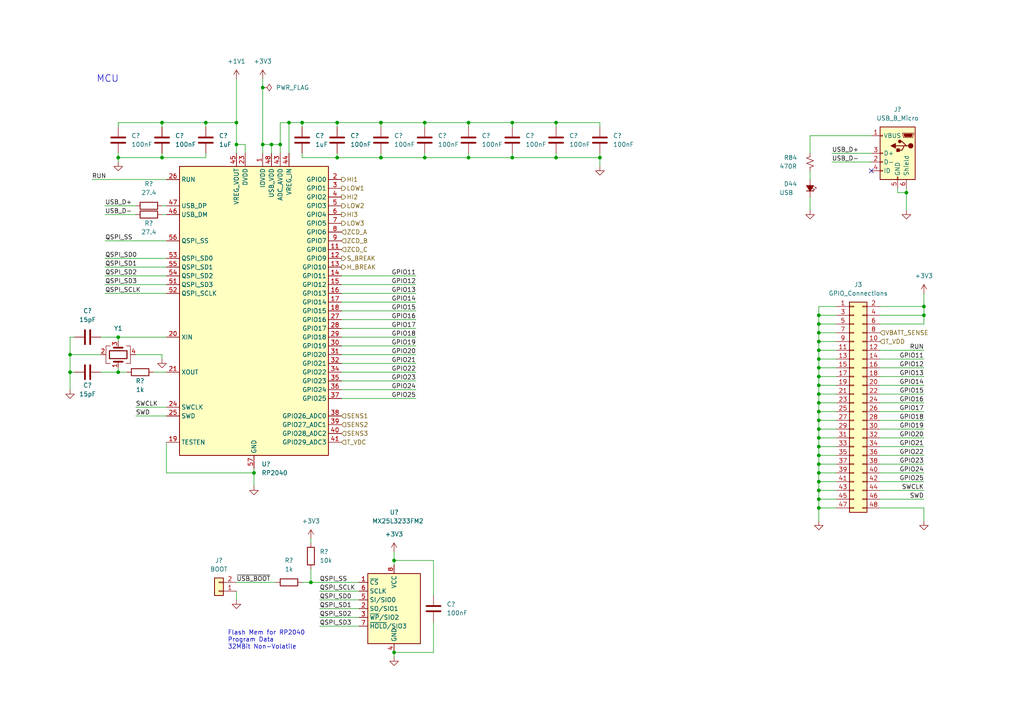
<source format=kicad_sch>
(kicad_sch (version 20230121) (generator eeschema)
  (paper "A4")
  (lib_symbols
    (symbol "Connector:USB_B_Micro" (pin_names (offset 1.016))
      (property "Reference" "J" (at -5.08 11.43 0))
      (property "Value" "USB_B_Micro" (at -5.08 8.89 0))
      (symbol "USB_B_Micro_0_1"
        (rectangle (start -5.08 -7.62) (end 5.08 7.62) (stroke (width 0.254)) (fill (type background)))
        (circle (center -3.81 2.159) (radius 0.635) (stroke (width 0.254)) (fill (type outline)))
        (circle (center -0.635 3.429) (radius 0.381) (stroke (width 0.254)) (fill (type outline)))
        (rectangle (start -0.127 -7.62) (end 0.127 -6.858))
        (polyline (pts (xy -1.905 2.159) (xy 0.635 2.159)) (stroke (width 0.254)))
        (polyline (pts (xy -3.175 2.159) (xy -2.54 2.159) (xy -1.27 3.429) (xy -0.635 3.429)) (stroke (width 0.254)))
        (polyline (pts (xy -2.54 2.159) (xy -1.905 2.159) (xy -1.27 0.889) (xy 0 0.889)) (stroke (width 0.254)))
        (polyline (pts (xy 0.635 2.794) (xy 0.635 1.524) (xy 1.905 2.159) (xy 0.635 2.794)) (stroke (width 0.254)) (fill (type outline)))
        (polyline (pts (xy -4.318 5.588) (xy -1.778 5.588) (xy -2.032 4.826) (xy -4.064 4.826) (xy -4.318 5.588)) (fill (type outline)))
        (polyline (pts (xy -4.699 5.842) (xy -4.699 5.588) (xy -4.445 4.826) (xy -4.445 4.572) (xy -1.651 4.572) (xy -1.651 4.826) (xy -1.397 5.588) (xy -1.397 5.842) (xy -4.699 5.842)))
        (rectangle (start 0.254 1.27) (end -0.508 0.508) (stroke (width 0.254)) (fill (type outline)))
        (rectangle (start 5.08 -5.207) (end 4.318 -4.953))
        (rectangle (start 5.08 -2.667) (end 4.318 -2.413))
        (rectangle (start 5.08 -0.127) (end 4.318 0.127))
        (rectangle (start 5.08 4.953) (end 4.318 5.207))
      )
      (symbol "USB_B_Micro_1_1"
        (pin power_out line (at 7.62 5.08 180) (length 2.54) (name "VBUS") (number "1"))
        (pin bidirectional line (at 7.62 -2.54 180) (length 2.54) (name "D-") (number "2"))
        (pin bidirectional line (at 7.62 0 180) (length 2.54) (name "D+") (number "3"))
        (pin passive line (at 7.62 -5.08 180) (length 2.54) (name "ID") (number "4"))
        (pin power_out line (at 0 -10.16 90) (length 2.54) (name "GND") (number "5"))
        (pin passive line (at -2.54 -10.16 90) (length 2.54) (name "Shield") (number "6"))
      )
    )
    (symbol "Connector_Generic:Conn_01x02" (pin_names (offset 1.016) hide)
      (property "Reference" "J" (at 0 2.54 0))
      (property "Value" "Conn_01x02" (at 0 -5.08 0))
      (symbol "Conn_01x02_1_1"
        (rectangle (start -1.27 -2.413) (end 0 -2.667) (stroke (width 0.1524)))
        (rectangle (start -1.27 0.127) (end 0 -0.127) (stroke (width 0.1524)))
        (rectangle (start -1.27 1.27) (end 1.27 -3.81) (stroke (width 0.254)) (fill (type background)))
        (pin passive line (at -5.08 0 0) (length 3.81) (name "Pin_1") (number "1"))
        (pin passive line (at -5.08 -2.54 0) (length 3.81) (name "Pin_2") (number "2"))
      )
    )
    (symbol "Connector_Generic:Conn_02x24_Odd_Even" (pin_names (offset 1.016) hide)
      (property "Reference" "J" (at 1.27 30.48 0))
      (property "Value" "Conn_02x24_Odd_Even" (at 1.27 -33.02 0))
      (symbol "Conn_02x24_Odd_Even_1_1"
        (rectangle (start -1.27 -30.353) (end 0 -30.607) (stroke (width 0.1524)))
        (rectangle (start -1.27 -27.813) (end 0 -28.067) (stroke (width 0.1524)))
        (rectangle (start -1.27 -25.273) (end 0 -25.527) (stroke (width 0.1524)))
        (rectangle (start -1.27 -22.733) (end 0 -22.987) (stroke (width 0.1524)))
        (rectangle (start -1.27 -20.193) (end 0 -20.447) (stroke (width 0.1524)))
        (rectangle (start -1.27 -17.653) (end 0 -17.907) (stroke (width 0.1524)))
        (rectangle (start -1.27 -15.113) (end 0 -15.367) (stroke (width 0.1524)))
        (rectangle (start -1.27 -12.573) (end 0 -12.827) (stroke (width 0.1524)))
        (rectangle (start -1.27 -10.033) (end 0 -10.287) (stroke (width 0.1524)))
        (rectangle (start -1.27 -7.493) (end 0 -7.747) (stroke (width 0.1524)))
        (rectangle (start -1.27 -4.953) (end 0 -5.207) (stroke (width 0.1524)))
        (rectangle (start -1.27 -2.413) (end 0 -2.667) (stroke (width 0.1524)))
        (rectangle (start -1.27 0.127) (end 0 -0.127) (stroke (width 0.1524)))
        (rectangle (start -1.27 2.667) (end 0 2.413) (stroke (width 0.1524)))
        (rectangle (start -1.27 5.207) (end 0 4.953) (stroke (width 0.1524)))
        (rectangle (start -1.27 7.747) (end 0 7.493) (stroke (width 0.1524)))
        (rectangle (start -1.27 10.287) (end 0 10.033) (stroke (width 0.1524)))
        (rectangle (start -1.27 12.827) (end 0 12.573) (stroke (width 0.1524)))
        (rectangle (start -1.27 15.367) (end 0 15.113) (stroke (width 0.1524)))
        (rectangle (start -1.27 17.907) (end 0 17.653) (stroke (width 0.1524)))
        (rectangle (start -1.27 20.447) (end 0 20.193) (stroke (width 0.1524)))
        (rectangle (start -1.27 22.987) (end 0 22.733) (stroke (width 0.1524)))
        (rectangle (start -1.27 25.527) (end 0 25.273) (stroke (width 0.1524)))
        (rectangle (start -1.27 28.067) (end 0 27.813) (stroke (width 0.1524)))
        (rectangle (start -1.27 29.21) (end 3.81 -31.75) (stroke (width 0.254)) (fill (type background)))
        (rectangle (start 3.81 -30.353) (end 2.54 -30.607) (stroke (width 0.1524)))
        (rectangle (start 3.81 -27.813) (end 2.54 -28.067) (stroke (width 0.1524)))
        (rectangle (start 3.81 -25.273) (end 2.54 -25.527) (stroke (width 0.1524)))
        (rectangle (start 3.81 -22.733) (end 2.54 -22.987) (stroke (width 0.1524)))
        (rectangle (start 3.81 -20.193) (end 2.54 -20.447) (stroke (width 0.1524)))
        (rectangle (start 3.81 -17.653) (end 2.54 -17.907) (stroke (width 0.1524)))
        (rectangle (start 3.81 -15.113) (end 2.54 -15.367) (stroke (width 0.1524)))
        (rectangle (start 3.81 -12.573) (end 2.54 -12.827) (stroke (width 0.1524)))
        (rectangle (start 3.81 -10.033) (end 2.54 -10.287) (stroke (width 0.1524)))
        (rectangle (start 3.81 -7.493) (end 2.54 -7.747) (stroke (width 0.1524)))
        (rectangle (start 3.81 -4.953) (end 2.54 -5.207) (stroke (width 0.1524)))
        (rectangle (start 3.81 -2.413) (end 2.54 -2.667) (stroke (width 0.1524)))
        (rectangle (start 3.81 0.127) (end 2.54 -0.127) (stroke (width 0.1524)))
        (rectangle (start 3.81 2.667) (end 2.54 2.413) (stroke (width 0.1524)))
        (rectangle (start 3.81 5.207) (end 2.54 4.953) (stroke (width 0.1524)))
        (rectangle (start 3.81 7.747) (end 2.54 7.493) (stroke (width 0.1524)))
        (rectangle (start 3.81 10.287) (end 2.54 10.033) (stroke (width 0.1524)))
        (rectangle (start 3.81 12.827) (end 2.54 12.573) (stroke (width 0.1524)))
        (rectangle (start 3.81 15.367) (end 2.54 15.113) (stroke (width 0.1524)))
        (rectangle (start 3.81 17.907) (end 2.54 17.653) (stroke (width 0.1524)))
        (rectangle (start 3.81 20.447) (end 2.54 20.193) (stroke (width 0.1524)))
        (rectangle (start 3.81 22.987) (end 2.54 22.733) (stroke (width 0.1524)))
        (rectangle (start 3.81 25.527) (end 2.54 25.273) (stroke (width 0.1524)))
        (rectangle (start 3.81 28.067) (end 2.54 27.813) (stroke (width 0.1524)))
        (pin passive line (at -5.08 27.94 0) (length 3.81) (name "Pin_1") (number "1"))
        (pin passive line (at 7.62 17.78 180) (length 3.81) (name "Pin_10") (number "10"))
        (pin passive line (at -5.08 15.24 0) (length 3.81) (name "Pin_11") (number "11"))
        (pin passive line (at 7.62 15.24 180) (length 3.81) (name "Pin_12") (number "12"))
        (pin passive line (at -5.08 12.7 0) (length 3.81) (name "Pin_13") (number "13"))
        (pin passive line (at 7.62 12.7 180) (length 3.81) (name "Pin_14") (number "14"))
        (pin passive line (at -5.08 10.16 0) (length 3.81) (name "Pin_15") (number "15"))
        (pin passive line (at 7.62 10.16 180) (length 3.81) (name "Pin_16") (number "16"))
        (pin passive line (at -5.08 7.62 0) (length 3.81) (name "Pin_17") (number "17"))
        (pin passive line (at 7.62 7.62 180) (length 3.81) (name "Pin_18") (number "18"))
        (pin passive line (at -5.08 5.08 0) (length 3.81) (name "Pin_19") (number "19"))
        (pin passive line (at 7.62 27.94 180) (length 3.81) (name "Pin_2") (number "2"))
        (pin passive line (at 7.62 5.08 180) (length 3.81) (name "Pin_20") (number "20"))
        (pin passive line (at -5.08 2.54 0) (length 3.81) (name "Pin_21") (number "21"))
        (pin passive line (at 7.62 2.54 180) (length 3.81) (name "Pin_22") (number "22"))
        (pin passive line (at -5.08 0 0) (length 3.81) (name "Pin_23") (number "23"))
        (pin passive line (at 7.62 0 180) (length 3.81) (name "Pin_24") (number "24"))
        (pin passive line (at -5.08 -2.54 0) (length 3.81) (name "Pin_25") (number "25"))
        (pin passive line (at 7.62 -2.54 180) (length 3.81) (name "Pin_26") (number "26"))
        (pin passive line (at -5.08 -5.08 0) (length 3.81) (name "Pin_27") (number "27"))
        (pin passive line (at 7.62 -5.08 180) (length 3.81) (name "Pin_28") (number "28"))
        (pin passive line (at -5.08 -7.62 0) (length 3.81) (name "Pin_29") (number "29"))
        (pin passive line (at -5.08 25.4 0) (length 3.81) (name "Pin_3") (number "3"))
        (pin passive line (at 7.62 -7.62 180) (length 3.81) (name "Pin_30") (number "30"))
        (pin passive line (at -5.08 -10.16 0) (length 3.81) (name "Pin_31") (number "31"))
        (pin passive line (at 7.62 -10.16 180) (length 3.81) (name "Pin_32") (number "32"))
        (pin passive line (at -5.08 -12.7 0) (length 3.81) (name "Pin_33") (number "33"))
        (pin passive line (at 7.62 -12.7 180) (length 3.81) (name "Pin_34") (number "34"))
        (pin passive line (at -5.08 -15.24 0) (length 3.81) (name "Pin_35") (number "35"))
        (pin passive line (at 7.62 -15.24 180) (length 3.81) (name "Pin_36") (number "36"))
        (pin passive line (at -5.08 -17.78 0) (length 3.81) (name "Pin_37") (number "37"))
        (pin passive line (at 7.62 -17.78 180) (length 3.81) (name "Pin_38") (number "38"))
        (pin passive line (at -5.08 -20.32 0) (length 3.81) (name "Pin_39") (number "39"))
        (pin passive line (at 7.62 25.4 180) (length 3.81) (name "Pin_4") (number "4"))
        (pin passive line (at 7.62 -20.32 180) (length 3.81) (name "Pin_40") (number "40"))
        (pin passive line (at -5.08 -22.86 0) (length 3.81) (name "Pin_41") (number "41"))
        (pin passive line (at 7.62 -22.86 180) (length 3.81) (name "Pin_42") (number "42"))
        (pin passive line (at -5.08 -25.4 0) (length 3.81) (name "Pin_43") (number "43"))
        (pin passive line (at 7.62 -25.4 180) (length 3.81) (name "Pin_44") (number "44"))
        (pin passive line (at -5.08 -27.94 0) (length 3.81) (name "Pin_45") (number "45"))
        (pin passive line (at 7.62 -27.94 180) (length 3.81) (name "Pin_46") (number "46"))
        (pin passive line (at -5.08 -30.48 0) (length 3.81) (name "Pin_47") (number "47"))
        (pin passive line (at 7.62 -30.48 180) (length 3.81) (name "Pin_48") (number "48"))
        (pin passive line (at -5.08 22.86 0) (length 3.81) (name "Pin_5") (number "5"))
        (pin passive line (at 7.62 22.86 180) (length 3.81) (name "Pin_6") (number "6"))
        (pin passive line (at -5.08 20.32 0) (length 3.81) (name "Pin_7") (number "7"))
        (pin passive line (at 7.62 20.32 180) (length 3.81) (name "Pin_8") (number "8"))
        (pin passive line (at -5.08 17.78 0) (length 3.81) (name "Pin_9") (number "9"))
      )
    )
    (symbol "Device:C" (pin_numbers hide) (pin_names (offset 0.254))
      (property "Reference" "C" (at 0.635 2.54 0))
      (property "Value" "C" (at 0.635 -2.54 0))
      (symbol "C_0_1"
        (polyline (pts (xy -2.032 -0.762) (xy 2.032 -0.762)) (stroke (width 0.508)))
        (polyline (pts (xy -2.032 0.762) (xy 2.032 0.762)) (stroke (width 0.508)))
      )
      (symbol "C_1_1"
        (pin passive line (at 0 3.81 270) (length 2.794) (name "~") (number "1"))
        (pin passive line (at 0 -3.81 90) (length 2.794) (name "~") (number "2"))
      )
    )
    (symbol "Device:Crystal_GND24" (pin_names (offset 1.016) hide)
      (property "Reference" "Y" (at 3.175 5.08 0))
      (property "Value" "Crystal_GND24" (at 3.175 3.175 0))
      (symbol "Crystal_GND24_0_1"
        (rectangle (start -1.143 2.54) (end 1.143 -2.54) (stroke (width 0.3048)))
        (polyline (pts (xy -2.54 0) (xy -2.032 0)))
        (polyline (pts (xy -2.032 -1.27) (xy -2.032 1.27)) (stroke (width 0.508)))
        (polyline (pts (xy 0 -3.81) (xy 0 -3.556)))
        (polyline (pts (xy 0 3.556) (xy 0 3.81)))
        (polyline (pts (xy 2.032 -1.27) (xy 2.032 1.27)) (stroke (width 0.508)))
        (polyline (pts (xy 2.032 0) (xy 2.54 0)))
        (polyline (pts (xy -2.54 -2.286) (xy -2.54 -3.556) (xy 2.54 -3.556) (xy 2.54 -2.286)))
        (polyline (pts (xy -2.54 2.286) (xy -2.54 3.556) (xy 2.54 3.556) (xy 2.54 2.286)))
      )
      (symbol "Crystal_GND24_1_1"
        (pin passive line (at -3.81 0 0) (length 1.27) (name "1") (number "1"))
        (pin passive line (at 0 5.08 270) (length 1.27) (name "2") (number "2"))
        (pin passive line (at 3.81 0 180) (length 1.27) (name "3") (number "3"))
        (pin passive line (at 0 -5.08 90) (length 1.27) (name "4") (number "4"))
      )
    )
    (symbol "Device:LED_Small_Filled" (pin_numbers hide) (pin_names (offset 0.254) hide)
      (property "Reference" "D" (at -1.27 3.175 0))
      (property "Value" "LED_Small_Filled" (at -4.445 -2.54 0))
      (symbol "LED_Small_Filled_0_1"
        (polyline (pts (xy -0.762 -1.016) (xy -0.762 1.016)) (stroke (width 0.254)))
        (polyline (pts (xy 1.016 0) (xy -0.762 0)))
        (polyline (pts (xy 0.762 -1.016) (xy -0.762 0) (xy 0.762 1.016) (xy 0.762 -1.016)) (stroke (width 0.254)) (fill (type outline)))
        (polyline (pts (xy 0 0.762) (xy -0.508 1.27) (xy -0.254 1.27) (xy -0.508 1.27) (xy -0.508 1.016)))
        (polyline (pts (xy 0.508 1.27) (xy 0 1.778) (xy 0.254 1.778) (xy 0 1.778) (xy 0 1.524)))
      )
      (symbol "LED_Small_Filled_1_1"
        (pin passive line (at -2.54 0 0) (length 1.778) (name "K") (number "1"))
        (pin passive line (at 2.54 0 180) (length 1.778) (name "A") (number "2"))
      )
    )
    (symbol "Device:R" (pin_numbers hide) (pin_names (offset 0))
      (property "Reference" "R" (at 2.032 0 90))
      (property "Value" "R" (at 0 0 90))
      (symbol "R_0_1"
        (rectangle (start -1.016 -2.54) (end 1.016 2.54) (stroke (width 0.254)))
      )
      (symbol "R_1_1"
        (pin passive line (at 0 3.81 270) (length 1.27) (name "~") (number "1"))
        (pin passive line (at 0 -3.81 90) (length 1.27) (name "~") (number "2"))
      )
    )
    (symbol "Device:R_Small_US" (pin_numbers hide) (pin_names (offset 0.254) hide)
      (property "Reference" "R" (at 0.762 0.508 0))
      (property "Value" "R_Small_US" (at 0.762 -1.016 0))
      (symbol "R_Small_US_1_1"
        (polyline (pts (xy 0 0) (xy 1.016 -0.381) (xy 0 -0.762) (xy -1.016 -1.143) (xy 0 -1.524)))
        (polyline (pts (xy 0 1.524) (xy 1.016 1.143) (xy 0 0.762) (xy -1.016 0.381) (xy 0 0)))
        (pin passive line (at 0 2.54 270) (length 1.016) (name "~") (number "1"))
        (pin passive line (at 0 -2.54 90) (length 1.016) (name "~") (number "2"))
      )
    )
    (symbol "MCU_RaspberryPi:RP2040"
      (property "Reference" "U" (at 17.78 45.72 0))
      (property "Value" "RP2040" (at 17.78 43.18 0))
      (symbol "RP2040_0_1"
        (rectangle (start -21.59 41.91) (end 21.59 -41.91) (stroke (width 0.254)) (fill (type background)))
      )
      (symbol "RP2040_1_1"
        (pin power_in line (at 2.54 45.72 270) (length 3.81) (name "IOVDD") (number "1"))
        (pin passive line (at 2.54 45.72 270) (length 3.81) hide (name "IOVDD") (number "10"))
        (pin bidirectional line (at 25.4 17.78 180) (length 3.81) (name "GPIO8") (number "11"))
        (pin bidirectional line (at 25.4 15.24 180) (length 3.81) (name "GPIO9") (number "12"))
        (pin bidirectional line (at 25.4 12.7 180) (length 3.81) (name "GPIO10") (number "13"))
        (pin bidirectional line (at 25.4 10.16 180) (length 3.81) (name "GPIO11") (number "14"))
        (pin bidirectional line (at 25.4 7.62 180) (length 3.81) (name "GPIO12") (number "15"))
        (pin bidirectional line (at 25.4 5.08 180) (length 3.81) (name "GPIO13") (number "16"))
        (pin bidirectional line (at 25.4 2.54 180) (length 3.81) (name "GPIO14") (number "17"))
        (pin bidirectional line (at 25.4 0 180) (length 3.81) (name "GPIO15") (number "18"))
        (pin input line (at -25.4 -38.1 0) (length 3.81) (name "TESTEN") (number "19"))
        (pin bidirectional line (at 25.4 38.1 180) (length 3.81) (name "GPIO0") (number "2"))
        (pin input line (at -25.4 -7.62 0) (length 3.81) (name "XIN") (number "20"))
        (pin passive line (at -25.4 -17.78 0) (length 3.81) (name "XOUT") (number "21"))
        (pin passive line (at 2.54 45.72 270) (length 3.81) hide (name "IOVDD") (number "22"))
        (pin power_in line (at -2.54 45.72 270) (length 3.81) (name "DVDD") (number "23"))
        (pin input line (at -25.4 -27.94 0) (length 3.81) (name "SWCLK") (number "24"))
        (pin bidirectional line (at -25.4 -30.48 0) (length 3.81) (name "SWD") (number "25"))
        (pin input line (at -25.4 38.1 0) (length 3.81) (name "RUN") (number "26"))
        (pin bidirectional line (at 25.4 -2.54 180) (length 3.81) (name "GPIO16") (number "27"))
        (pin bidirectional line (at 25.4 -5.08 180) (length 3.81) (name "GPIO17") (number "28"))
        (pin bidirectional line (at 25.4 -7.62 180) (length 3.81) (name "GPIO18") (number "29"))
        (pin bidirectional line (at 25.4 35.56 180) (length 3.81) (name "GPIO1") (number "3"))
        (pin bidirectional line (at 25.4 -10.16 180) (length 3.81) (name "GPIO19") (number "30"))
        (pin bidirectional line (at 25.4 -12.7 180) (length 3.81) (name "GPIO20") (number "31"))
        (pin bidirectional line (at 25.4 -15.24 180) (length 3.81) (name "GPIO21") (number "32"))
        (pin passive line (at 2.54 45.72 270) (length 3.81) hide (name "IOVDD") (number "33"))
        (pin bidirectional line (at 25.4 -17.78 180) (length 3.81) (name "GPIO22") (number "34"))
        (pin bidirectional line (at 25.4 -20.32 180) (length 3.81) (name "GPIO23") (number "35"))
        (pin bidirectional line (at 25.4 -22.86 180) (length 3.81) (name "GPIO24") (number "36"))
        (pin bidirectional line (at 25.4 -25.4 180) (length 3.81) (name "GPIO25") (number "37"))
        (pin bidirectional line (at 25.4 -30.48 180) (length 3.81) (name "GPIO26_ADC0") (number "38"))
        (pin bidirectional line (at 25.4 -33.02 180) (length 3.81) (name "GPIO27_ADC1") (number "39"))
        (pin bidirectional line (at 25.4 33.02 180) (length 3.81) (name "GPIO2") (number "4"))
        (pin bidirectional line (at 25.4 -35.56 180) (length 3.81) (name "GPIO28_ADC2") (number "40"))
        (pin bidirectional line (at 25.4 -38.1 180) (length 3.81) (name "GPIO29_ADC3") (number "41"))
        (pin passive line (at 2.54 45.72 270) (length 3.81) hide (name "IOVDD") (number "42"))
        (pin power_in line (at 7.62 45.72 270) (length 3.81) (name "ADC_AVDD") (number "43"))
        (pin power_in line (at 10.16 45.72 270) (length 3.81) (name "VREG_IN") (number "44"))
        (pin power_out line (at -5.08 45.72 270) (length 3.81) (name "VREG_VOUT") (number "45"))
        (pin bidirectional line (at -25.4 27.94 0) (length 3.81) (name "USB_DM") (number "46"))
        (pin bidirectional line (at -25.4 30.48 0) (length 3.81) (name "USB_DP") (number "47"))
        (pin power_in line (at 5.08 45.72 270) (length 3.81) (name "USB_VDD") (number "48"))
        (pin passive line (at 2.54 45.72 270) (length 3.81) hide (name "IOVDD") (number "49"))
        (pin bidirectional line (at 25.4 30.48 180) (length 3.81) (name "GPIO3") (number "5"))
        (pin passive line (at -2.54 45.72 270) (length 3.81) hide (name "DVDD") (number "50"))
        (pin bidirectional line (at -25.4 7.62 0) (length 3.81) (name "QSPI_SD3") (number "51"))
        (pin output line (at -25.4 5.08 0) (length 3.81) (name "QSPI_SCLK") (number "52"))
        (pin bidirectional line (at -25.4 15.24 0) (length 3.81) (name "QSPI_SD0") (number "53"))
        (pin bidirectional line (at -25.4 10.16 0) (length 3.81) (name "QSPI_SD2") (number "54"))
        (pin bidirectional line (at -25.4 12.7 0) (length 3.81) (name "QSPI_SD1") (number "55"))
        (pin bidirectional line (at -25.4 20.32 0) (length 3.81) (name "QSPI_SS") (number "56"))
        (pin power_in line (at 0 -45.72 90) (length 3.81) (name "GND") (number "57"))
        (pin bidirectional line (at 25.4 27.94 180) (length 3.81) (name "GPIO4") (number "6"))
        (pin bidirectional line (at 25.4 25.4 180) (length 3.81) (name "GPIO5") (number "7"))
        (pin bidirectional line (at 25.4 22.86 180) (length 3.81) (name "GPIO6") (number "8"))
        (pin bidirectional line (at 25.4 20.32 180) (length 3.81) (name "GPIO7") (number "9"))
      )
    )
    (symbol "Memory_Flash:MX25L3233FM2"
      (property "Reference" "U" (at -6.35 11.43 0))
      (property "Value" "MX25L3233FM2" (at 10.16 11.43 0))
      (symbol "MX25L3233FM2_0_1"
        (rectangle (start -7.62 10.16) (end 7.62 -10.16) (stroke (width 0.254)) (fill (type background)))
      )
      (symbol "MX25L3233FM2_1_1"
        (pin input line (at -10.16 7.62 0) (length 2.54) (name "~{CS}") (number "1"))
        (pin bidirectional line (at -10.16 0 0) (length 2.54) (name "SO/SIO1") (number "2"))
        (pin bidirectional line (at -10.16 -2.54 0) (length 2.54) (name "~{WP}/SIO2") (number "3"))
        (pin power_in line (at 0 -12.7 90) (length 2.54) (name "GND") (number "4"))
        (pin bidirectional line (at -10.16 2.54 0) (length 2.54) (name "SI/SIO0") (number "5"))
        (pin input line (at -10.16 5.08 0) (length 2.54) (name "SCLK") (number "6"))
        (pin bidirectional line (at -10.16 -5.08 0) (length 2.54) (name "~{HOLD}/SIO3") (number "7"))
        (pin power_in line (at 0 12.7 270) (length 2.54) (name "VCC") (number "8"))
      )
    )
    (symbol "power:+1V1" (power) (pin_names (offset 0))
      (property "Value" "+1V1" (at 0 3.556 0))
      (symbol "+1V1_0_1"
        (polyline (pts (xy -0.762 1.27) (xy 0 2.54)))
        (polyline (pts (xy 0 0) (xy 0 2.54)))
        (polyline (pts (xy 0 2.54) (xy 0.762 1.27)))
      )
      (symbol "+1V1_1_1"
        (pin power_in line (at 0 0 90) (length 0) hide (name "+1V1") (number "1"))
      )
    )
    (symbol "power:+3V3" (power) (pin_names (offset 0))
      (property "Value" "+3V3" (at 0 3.556 0))
      (symbol "+3V3_0_1"
        (polyline (pts (xy -0.762 1.27) (xy 0 2.54)))
        (polyline (pts (xy 0 0) (xy 0 2.54)))
        (polyline (pts (xy 0 2.54) (xy 0.762 1.27)))
      )
      (symbol "+3V3_1_1"
        (pin power_in line (at 0 0 90) (length 0) hide (name "+3V3") (number "1"))
      )
    )
    (symbol "power:GND" (power) (pin_names (offset 0))
      (property "Value" "GND" (at 0 -3.81 0))
      (symbol "GND_0_1"
        (polyline (pts (xy 0 0) (xy 0 -1.27) (xy 1.27 -1.27) (xy 0 -2.54) (xy -1.27 -1.27) (xy 0 -1.27)))
      )
      (symbol "GND_1_1"
        (pin power_in line (at 0 0 270) (length 0) hide (name "GND") (number "1"))
      )
    )
    (symbol "power:PWR_FLAG" (power) (pin_numbers hide) (pin_names (offset 0) hide)
      (property "Value" "PWR_FLAG" (at 0 3.81 0))
      (symbol "PWR_FLAG_0_0"
        (pin power_out line (at 0 0 90) (length 0) (name "pwr") (number "1"))
      )
      (symbol "PWR_FLAG_0_1"
        (polyline (pts (xy 0 0) (xy 0 1.27) (xy -1.016 1.905) (xy 0 2.54) (xy 1.016 1.905) (xy 0 1.27)))
      )
    )
  )
  (junction (at 110.49 35.56))
  (junction (at 148.59 35.56))
  (junction (at 237.49 91.44))
  (junction (at 148.59 45.72))
  (junction (at 114.3 189.23))
  (junction (at 135.89 45.72))
  (junction (at 173.99 45.72))
  (junction (at 237.49 119.38))
  (junction (at 237.49 106.68))
  (junction (at 237.49 134.62))
  (junction (at 262.89 55.88))
  (junction (at 123.19 45.72))
  (junction (at 34.29 45.72))
  (junction (at 237.49 116.84))
  (junction (at 135.89 35.56))
  (junction (at 237.49 147.32))
  (junction (at 76.2 25.4))
  (junction (at 267.97 91.44))
  (junction (at 20.32 102.87))
  (junction (at 78.74 41.91))
  (junction (at 123.19 35.56))
  (junction (at 34.29 107.95))
  (junction (at 237.49 114.3))
  (junction (at 237.49 124.46))
  (junction (at 59.69 35.56))
  (junction (at 237.49 109.22))
  (junction (at 237.49 132.08))
  (junction (at 73.66 137.16))
  (junction (at 114.3 162.56))
  (junction (at 90.17 168.91))
  (junction (at 237.49 127))
  (junction (at 237.49 121.92))
  (junction (at 83.82 35.56))
  (junction (at 237.49 111.76))
  (junction (at 46.99 35.56))
  (junction (at 68.58 35.56))
  (junction (at 161.29 45.72))
  (junction (at 237.49 101.6))
  (junction (at 237.49 129.54))
  (junction (at 34.29 97.79))
  (junction (at 237.49 142.24))
  (junction (at 76.2 41.91))
  (junction (at 97.79 35.56))
  (junction (at 237.49 139.7))
  (junction (at 87.63 35.56))
  (junction (at 237.49 93.98))
  (junction (at 81.28 41.91))
  (junction (at 68.58 41.91))
  (junction (at 237.49 144.78))
  (junction (at 161.29 35.56))
  (junction (at 267.97 88.9))
  (junction (at 20.32 107.95))
  (junction (at 237.49 137.16))
  (junction (at 110.49 45.72))
  (junction (at 97.79 45.72))
  (junction (at 237.49 99.06))
  (junction (at 237.49 104.14))
  (junction (at 46.99 45.72))
  (junction (at 237.49 96.52))
  (no_connect (at 252.73 49.53))
  (wire (pts (xy 255.27 119.38) (xy 267.97 119.38)))
  (wire (pts (xy 99.06 92.71) (xy 120.65 92.71)))
  (wire (pts (xy 46.99 59.69) (xy 48.26 59.69)))
  (wire (pts (xy 237.49 119.38) (xy 242.57 119.38)))
  (wire (pts (xy 30.48 80.01) (xy 48.26 80.01)))
  (wire (pts (xy 46.99 35.56) (xy 46.99 36.83)))
  (wire (pts (xy 262.89 54.61) (xy 262.89 55.88)))
  (wire (pts (xy 135.89 45.72) (xy 148.59 45.72)))
  (wire (pts (xy 237.49 104.14) (xy 237.49 106.68)))
  (wire (pts (xy 237.49 134.62) (xy 237.49 137.16)))
  (wire (pts (xy 20.32 102.87) (xy 29.21 102.87)))
  (wire (pts (xy 237.49 134.62) (xy 242.57 134.62)))
  (wire (pts (xy 237.49 116.84) (xy 242.57 116.84)))
  (wire (pts (xy 237.49 96.52) (xy 242.57 96.52)))
  (wire (pts (xy 237.49 139.7) (xy 237.49 142.24)))
  (wire (pts (xy 92.71 171.45) (xy 104.14 171.45)))
  (wire (pts (xy 148.59 35.56) (xy 148.59 36.83)))
  (wire (pts (xy 44.45 107.95) (xy 48.26 107.95)))
  (wire (pts (xy 237.49 139.7) (xy 242.57 139.7)))
  (wire (pts (xy 173.99 45.72) (xy 173.99 48.26)))
  (wire (pts (xy 99.06 85.09) (xy 120.65 85.09)))
  (wire (pts (xy 48.26 128.27) (xy 48.26 137.16)))
  (wire (pts (xy 255.27 109.22) (xy 267.97 109.22)))
  (wire (pts (xy 83.82 35.56) (xy 81.28 35.56)))
  (wire (pts (xy 255.27 139.7) (xy 267.97 139.7)))
  (wire (pts (xy 29.21 97.79) (xy 34.29 97.79)))
  (wire (pts (xy 237.49 147.32) (xy 242.57 147.32)))
  (wire (pts (xy 173.99 35.56) (xy 173.99 36.83)))
  (wire (pts (xy 92.71 181.61) (xy 104.14 181.61)))
  (wire (pts (xy 234.95 57.15) (xy 234.95 60.96)))
  (wire (pts (xy 81.28 41.91) (xy 78.74 41.91)))
  (wire (pts (xy 237.49 91.44) (xy 237.49 93.98)))
  (wire (pts (xy 46.99 35.56) (xy 59.69 35.56)))
  (wire (pts (xy 78.74 41.91) (xy 76.2 41.91)))
  (wire (pts (xy 125.73 172.72) (xy 125.73 162.56)))
  (wire (pts (xy 87.63 168.91) (xy 90.17 168.91)))
  (wire (pts (xy 237.49 137.16) (xy 237.49 139.7)))
  (wire (pts (xy 59.69 45.72) (xy 59.69 44.45)))
  (wire (pts (xy 173.99 45.72) (xy 173.99 44.45)))
  (wire (pts (xy 30.48 82.55) (xy 48.26 82.55)))
  (wire (pts (xy 110.49 35.56) (xy 110.49 36.83)))
  (wire (pts (xy 234.95 39.37) (xy 252.73 39.37)))
  (wire (pts (xy 92.71 176.53) (xy 104.14 176.53)))
  (wire (pts (xy 161.29 35.56) (xy 173.99 35.56)))
  (wire (pts (xy 46.99 104.14) (xy 46.99 102.87)))
  (wire (pts (xy 237.49 129.54) (xy 242.57 129.54)))
  (wire (pts (xy 123.19 45.72) (xy 135.89 45.72)))
  (wire (pts (xy 161.29 45.72) (xy 161.29 44.45)))
  (wire (pts (xy 81.28 41.91) (xy 81.28 35.56)))
  (wire (pts (xy 39.37 118.11) (xy 48.26 118.11)))
  (wire (pts (xy 34.29 45.72) (xy 34.29 46.99)))
  (wire (pts (xy 20.32 97.79) (xy 20.32 102.87)))
  (wire (pts (xy 30.48 85.09) (xy 48.26 85.09)))
  (wire (pts (xy 46.99 62.23) (xy 48.26 62.23)))
  (wire (pts (xy 68.58 171.45) (xy 68.58 173.99)))
  (wire (pts (xy 68.58 168.91) (xy 80.01 168.91)))
  (wire (pts (xy 237.49 144.78) (xy 237.49 147.32)))
  (wire (pts (xy 262.89 55.88) (xy 262.89 60.96)))
  (wire (pts (xy 237.49 127) (xy 242.57 127)))
  (wire (pts (xy 237.49 132.08) (xy 237.49 134.62)))
  (wire (pts (xy 237.49 147.32) (xy 237.49 151.13)))
  (wire (pts (xy 255.27 91.44) (xy 267.97 91.44)))
  (wire (pts (xy 83.82 44.45) (xy 83.82 35.56)))
  (wire (pts (xy 260.35 54.61) (xy 260.35 55.88)))
  (wire (pts (xy 237.49 121.92) (xy 237.49 124.46)))
  (wire (pts (xy 237.49 93.98) (xy 237.49 96.52)))
  (wire (pts (xy 92.71 179.07) (xy 104.14 179.07)))
  (wire (pts (xy 255.27 129.54) (xy 267.97 129.54)))
  (wire (pts (xy 20.32 107.95) (xy 20.32 113.03)))
  (wire (pts (xy 99.06 113.03) (xy 120.65 113.03)))
  (wire (pts (xy 99.06 115.57) (xy 120.65 115.57)))
  (wire (pts (xy 237.49 114.3) (xy 242.57 114.3)))
  (wire (pts (xy 234.95 39.37) (xy 234.95 44.45)))
  (wire (pts (xy 99.06 105.41) (xy 120.65 105.41)))
  (wire (pts (xy 148.59 35.56) (xy 161.29 35.56)))
  (wire (pts (xy 68.58 35.56) (xy 68.58 41.91)))
  (wire (pts (xy 161.29 35.56) (xy 161.29 36.83)))
  (wire (pts (xy 39.37 120.65) (xy 48.26 120.65)))
  (wire (pts (xy 237.49 142.24) (xy 237.49 144.78)))
  (wire (pts (xy 255.27 114.3) (xy 267.97 114.3)))
  (wire (pts (xy 123.19 35.56) (xy 135.89 35.56)))
  (wire (pts (xy 237.49 119.38) (xy 237.49 121.92)))
  (wire (pts (xy 34.29 97.79) (xy 48.26 97.79)))
  (wire (pts (xy 34.29 107.95) (xy 36.83 107.95)))
  (wire (pts (xy 21.59 107.95) (xy 20.32 107.95)))
  (wire (pts (xy 255.27 132.08) (xy 267.97 132.08)))
  (wire (pts (xy 237.49 124.46) (xy 242.57 124.46)))
  (wire (pts (xy 237.49 96.52) (xy 237.49 99.06)))
  (wire (pts (xy 237.49 116.84) (xy 237.49 119.38)))
  (wire (pts (xy 237.49 99.06) (xy 242.57 99.06)))
  (wire (pts (xy 125.73 162.56) (xy 114.3 162.56)))
  (wire (pts (xy 237.49 137.16) (xy 242.57 137.16)))
  (wire (pts (xy 237.49 127) (xy 237.49 129.54)))
  (wire (pts (xy 90.17 156.21) (xy 90.17 157.48)))
  (wire (pts (xy 87.63 35.56) (xy 97.79 35.56)))
  (wire (pts (xy 237.49 91.44) (xy 242.57 91.44)))
  (wire (pts (xy 20.32 107.95) (xy 20.32 102.87)))
  (wire (pts (xy 267.97 88.9) (xy 255.27 88.9)))
  (wire (pts (xy 99.06 87.63) (xy 120.65 87.63)))
  (wire (pts (xy 99.06 95.25) (xy 120.65 95.25)))
  (wire (pts (xy 71.12 41.91) (xy 68.58 41.91)))
  (wire (pts (xy 30.48 59.69) (xy 39.37 59.69)))
  (wire (pts (xy 34.29 99.06) (xy 34.29 97.79)))
  (wire (pts (xy 148.59 45.72) (xy 161.29 45.72)))
  (wire (pts (xy 234.95 49.53) (xy 234.95 52.07)))
  (wire (pts (xy 255.27 101.6) (xy 267.97 101.6)))
  (wire (pts (xy 87.63 45.72) (xy 87.63 44.45)))
  (wire (pts (xy 34.29 35.56) (xy 46.99 35.56)))
  (wire (pts (xy 237.49 99.06) (xy 237.49 101.6)))
  (wire (pts (xy 99.06 107.95) (xy 120.65 107.95)))
  (wire (pts (xy 267.97 85.09) (xy 267.97 88.9)))
  (wire (pts (xy 110.49 35.56) (xy 123.19 35.56)))
  (wire (pts (xy 92.71 173.99) (xy 104.14 173.99)))
  (wire (pts (xy 30.48 74.93) (xy 48.26 74.93)))
  (wire (pts (xy 125.73 189.23) (xy 114.3 189.23)))
  (wire (pts (xy 68.58 22.86) (xy 68.58 35.56)))
  (wire (pts (xy 73.66 135.89) (xy 73.66 137.16)))
  (wire (pts (xy 90.17 168.91) (xy 104.14 168.91)))
  (wire (pts (xy 267.97 93.98) (xy 267.97 91.44)))
  (wire (pts (xy 135.89 45.72) (xy 135.89 44.45)))
  (wire (pts (xy 123.19 45.72) (xy 123.19 44.45)))
  (wire (pts (xy 135.89 35.56) (xy 148.59 35.56)))
  (wire (pts (xy 68.58 41.91) (xy 68.58 44.45)))
  (wire (pts (xy 237.49 88.9) (xy 242.57 88.9)))
  (wire (pts (xy 237.49 106.68) (xy 242.57 106.68)))
  (wire (pts (xy 237.49 111.76) (xy 237.49 114.3)))
  (wire (pts (xy 34.29 36.83) (xy 34.29 35.56)))
  (wire (pts (xy 34.29 106.68) (xy 34.29 107.95)))
  (wire (pts (xy 237.49 132.08) (xy 242.57 132.08)))
  (wire (pts (xy 30.48 77.47) (xy 48.26 77.47)))
  (wire (pts (xy 46.99 102.87) (xy 39.37 102.87)))
  (wire (pts (xy 59.69 35.56) (xy 59.69 36.83)))
  (wire (pts (xy 87.63 35.56) (xy 87.63 36.83)))
  (wire (pts (xy 237.49 142.24) (xy 242.57 142.24)))
  (wire (pts (xy 255.27 137.16) (xy 267.97 137.16)))
  (wire (pts (xy 237.49 121.92) (xy 242.57 121.92)))
  (wire (pts (xy 114.3 162.56) (xy 114.3 163.83)))
  (wire (pts (xy 59.69 35.56) (xy 68.58 35.56)))
  (wire (pts (xy 99.06 110.49) (xy 120.65 110.49)))
  (wire (pts (xy 81.28 41.91) (xy 81.28 44.45)))
  (wire (pts (xy 255.27 104.14) (xy 267.97 104.14)))
  (wire (pts (xy 237.49 101.6) (xy 237.49 104.14)))
  (wire (pts (xy 237.49 114.3) (xy 237.49 116.84)))
  (wire (pts (xy 110.49 45.72) (xy 123.19 45.72)))
  (wire (pts (xy 114.3 189.23) (xy 114.3 190.5)))
  (wire (pts (xy 99.06 80.01) (xy 120.65 80.01)))
  (wire (pts (xy 255.27 93.98) (xy 267.97 93.98)))
  (wire (pts (xy 135.89 35.56) (xy 135.89 36.83)))
  (wire (pts (xy 48.26 137.16) (xy 73.66 137.16)))
  (wire (pts (xy 237.49 106.68) (xy 237.49 109.22)))
  (wire (pts (xy 97.79 45.72) (xy 110.49 45.72)))
  (wire (pts (xy 237.49 111.76) (xy 242.57 111.76)))
  (wire (pts (xy 255.27 106.68) (xy 267.97 106.68)))
  (wire (pts (xy 241.3 44.45) (xy 252.73 44.45)))
  (wire (pts (xy 78.74 41.91) (xy 78.74 44.45)))
  (wire (pts (xy 26.67 52.07) (xy 48.26 52.07)))
  (wire (pts (xy 99.06 102.87) (xy 120.65 102.87)))
  (wire (pts (xy 123.19 35.56) (xy 123.19 36.83)))
  (wire (pts (xy 76.2 22.86) (xy 76.2 25.4)))
  (wire (pts (xy 255.27 134.62) (xy 267.97 134.62)))
  (wire (pts (xy 99.06 90.17) (xy 120.65 90.17)))
  (wire (pts (xy 71.12 44.45) (xy 71.12 41.91)))
  (wire (pts (xy 125.73 180.34) (xy 125.73 189.23)))
  (wire (pts (xy 30.48 69.85) (xy 48.26 69.85)))
  (wire (pts (xy 255.27 124.46) (xy 267.97 124.46)))
  (wire (pts (xy 46.99 45.72) (xy 59.69 45.72)))
  (wire (pts (xy 237.49 109.22) (xy 237.49 111.76)))
  (wire (pts (xy 97.79 35.56) (xy 97.79 36.83)))
  (wire (pts (xy 110.49 45.72) (xy 110.49 44.45)))
  (wire (pts (xy 237.49 93.98) (xy 242.57 93.98)))
  (wire (pts (xy 76.2 41.91) (xy 76.2 44.45)))
  (wire (pts (xy 148.59 45.72) (xy 148.59 44.45)))
  (wire (pts (xy 97.79 45.72) (xy 97.79 44.45)))
  (wire (pts (xy 237.49 101.6) (xy 242.57 101.6)))
  (wire (pts (xy 237.49 124.46) (xy 237.49 127)))
  (wire (pts (xy 267.97 147.32) (xy 255.27 147.32)))
  (wire (pts (xy 255.27 127) (xy 267.97 127)))
  (wire (pts (xy 46.99 45.72) (xy 46.99 44.45)))
  (wire (pts (xy 237.49 129.54) (xy 237.49 132.08)))
  (wire (pts (xy 241.3 46.99) (xy 252.73 46.99)))
  (wire (pts (xy 90.17 165.1) (xy 90.17 168.91)))
  (wire (pts (xy 73.66 137.16) (xy 73.66 140.97)))
  (wire (pts (xy 76.2 25.4) (xy 76.2 41.91)))
  (wire (pts (xy 237.49 88.9) (xy 237.49 91.44)))
  (wire (pts (xy 29.21 107.95) (xy 34.29 107.95)))
  (wire (pts (xy 237.49 109.22) (xy 242.57 109.22)))
  (wire (pts (xy 99.06 100.33) (xy 120.65 100.33)))
  (wire (pts (xy 237.49 104.14) (xy 242.57 104.14)))
  (wire (pts (xy 114.3 160.02) (xy 114.3 162.56)))
  (wire (pts (xy 34.29 45.72) (xy 34.29 44.45)))
  (wire (pts (xy 99.06 82.55) (xy 120.65 82.55)))
  (wire (pts (xy 97.79 35.56) (xy 110.49 35.56)))
  (wire (pts (xy 255.27 121.92) (xy 267.97 121.92)))
  (wire (pts (xy 237.49 144.78) (xy 242.57 144.78)))
  (wire (pts (xy 267.97 91.44) (xy 267.97 88.9)))
  (wire (pts (xy 255.27 144.78) (xy 267.97 144.78)))
  (wire (pts (xy 30.48 62.23) (xy 39.37 62.23)))
  (wire (pts (xy 255.27 111.76) (xy 267.97 111.76)))
  (wire (pts (xy 267.97 151.13) (xy 267.97 147.32)))
  (wire (pts (xy 87.63 45.72) (xy 97.79 45.72)))
  (wire (pts (xy 161.29 45.72) (xy 173.99 45.72)))
  (wire (pts (xy 99.06 97.79) (xy 120.65 97.79)))
  (wire (pts (xy 255.27 116.84) (xy 267.97 116.84)))
  (wire (pts (xy 87.63 35.56) (xy 83.82 35.56)))
  (wire (pts (xy 20.32 97.79) (xy 21.59 97.79)))
  (wire (pts (xy 262.89 55.88) (xy 260.35 55.88)))
  (wire (pts (xy 34.29 45.72) (xy 46.99 45.72)))
  (wire (pts (xy 255.27 142.24) (xy 267.97 142.24)))
  (text "MCU\n" (at 27.94 24.13 0) (effects (font (size 2 2)) (justify left bottom)))
  (text "Flash Mem for RP2040 \nProgram Data\n32MBit Non-Volatile\n\n" (at 66.04 190.5 0) (effects (font (size 1.27 1.27)) (justify left bottom)))
  (label "GPIO25" (at 267.97 139.7 180))
  (label "QSPI_SD2" (at 30.48 80.01 0))
  (label "GPIO21" (at 267.97 129.54 180))
  (label "QSPI_SD1" (at 30.48 77.47 0))
  (label "QSPI_SD3" (at 30.48 82.55 0))
  (label "GPIO18" (at 267.97 121.92 180))
  (label "GPIO22" (at 267.97 132.08 180))
  (label "GPIO14" (at 267.97 111.76 180))
  (label "QSPI_SCLK" (at 92.71 171.45 0))
  (label "QSPI_SD0" (at 30.48 74.93 0))
  (label "GPIO16" (at 120.65 92.71 180))
  (label "QSPI_SCLK" (at 30.48 85.09 0))
  (label "QSPI_SD2" (at 92.71 179.07 0))
  (label "GPIO12" (at 120.65 82.55 180))
  (label "RUN" (at 267.97 101.6 180))
  (label "USB_D+" (at 241.3 44.45 0))
  (label "GPIO13" (at 267.97 109.22 180))
  (label "USB_D-" (at 241.3 46.99 0))
  (label "QSPI_SS" (at 30.48 69.85 0))
  (label "SWD" (at 267.97 144.78 180))
  (label "SWCLK" (at 39.37 118.11 0))
  (label "GPIO23" (at 267.97 134.62 180))
  (label "GPIO21" (at 120.65 105.41 180))
  (label "GPIO11" (at 120.65 80.01 180))
  (label "GPIO15" (at 120.65 90.17 180))
  (label "QSPI_SS" (at 92.71 168.91 0))
  (label "GPIO11" (at 267.97 104.14 180))
  (label "QSPI_SD1" (at 92.71 176.53 0))
  (label "GPIO17" (at 120.65 95.25 180))
  (label "GPIO19" (at 120.65 100.33 180))
  (label "GPIO22" (at 120.65 107.95 180))
  (label "USB_D+" (at 30.48 59.69 0))
  (label "GPIO17" (at 267.97 119.38 180))
  (label "GPIO20" (at 120.65 102.87 180))
  (label "GPIO25" (at 120.65 115.57 180))
  (label "GPIO16" (at 267.97 116.84 180))
  (label "GPIO20" (at 267.97 127 180))
  (label "SWD" (at 39.37 120.65 0))
  (label "GPIO12" (at 267.97 106.68 180))
  (label "GPIO15" (at 267.97 114.3 180))
  (label "GPIO24" (at 267.97 137.16 180))
  (label "GPIO18" (at 120.65 97.79 180))
  (label "GPIO23" (at 120.65 110.49 180))
  (label "~{USB_BOOT}" (at 68.58 168.91 0))
  (label "GPIO24" (at 120.65 113.03 180))
  (label "SWCLK" (at 267.97 142.24 180))
  (label "USB_D-" (at 30.48 62.23 0))
  (label "QSPI_SD3" (at 92.71 181.61 0))
  (label "GPIO19" (at 267.97 124.46 180))
  (label "RUN" (at 26.67 52.07 0))
  (label "GPIO13" (at 120.65 85.09 180))
  (label "QSPI_SD0" (at 92.71 173.99 0))
  (label "GPIO14" (at 120.65 87.63 180))
  (hierarchical_label "VBATT_SENSE" (shape input) (at 255.27 96.52 0))
  (hierarchical_label "ZCD_A" (shape input) (at 99.06 67.31 0))
  (hierarchical_label "LOW1" (shape output) (at 99.06 54.61 0))
  (hierarchical_label "ZCD_B" (shape input) (at 99.06 69.85 0))
  (hierarchical_label "LOW3" (shape output) (at 99.06 64.77 0))
  (hierarchical_label "T_VDC" (shape input) (at 99.06 128.27 0))
  (hierarchical_label "H_BREAK" (shape output) (at 99.06 77.47 0))
  (hierarchical_label "SENS2" (shape input) (at 99.06 123.19 0))
  (hierarchical_label "HI3" (shape output) (at 99.06 62.23 0))
  (hierarchical_label "LOW2" (shape output) (at 99.06 59.69 0))
  (hierarchical_label "SENS3" (shape input) (at 99.06 125.73 0))
  (hierarchical_label "HI1" (shape output) (at 99.06 52.07 0))
  (hierarchical_label "S_BREAK" (shape output) (at 99.06 74.93 0))
  (hierarchical_label "T_VDD" (shape input) (at 255.27 99.06 0))
  (hierarchical_label "SENS1" (shape input) (at 99.06 120.65 0))
  (hierarchical_label "HI2" (shape output) (at 99.06 57.15 0))
  (hierarchical_label "ZCD_C" (shape input) (at 99.06 72.39 0))
  (symbol (lib_id "power:GND") (at 234.95 60.96 0) (unit 1)
    (property "Reference" "#PWR018" (effects hide))
    (property "Value" "GND" (effects hide))
    (instances (project "Flight_Board" (path "" (reference "#PWR018") (unit 1))) (project "BLDC_ESC" (path "" (reference "#PWR032") (unit 1)) (path "" (reference "#PWR063") (unit 1))))
  )
  (symbol (lib_id "Device:R") (at 43.18 59.69 90) (unit 1)
    (property "Reference" "R?" (at 43.18 53.34 90))
    (property "Value" "27.4" (at 43.18 55.88 90))
    (instances (project "BLDC_ESC" (path "" (reference "R?") (unit 1)) (path "" (reference "R5") (unit 1))))
  )
  (symbol (lib_id "Device:C") (at 125.73 176.53 0) (unit 1)
    (property "Reference" "C?" (at 129.54 175.26 0) (effects (justify left)))
    (property "Value" "100nF" (at 129.54 177.8 0) (effects (justify left)))
    (instances (project "BLDC_ESC" (path "" (reference "C?") (unit 1)) (path "" (reference "C14") (unit 1))))
  )
  (symbol (lib_id "power:GND") (at 114.3 190.5 0) (unit 1)
    (property "Reference" "#PWR?" (effects hide))
    (property "Value" "GND" (effects hide))
    (instances (project "BLDC_ESC" (path "" (reference "#PWR?") (unit 1)) (path "" (reference "#PWR022") (unit 1))))
  )
  (symbol (lib_id "Device:R") (at 40.64 107.95 270) (unit 1)
    (property "Reference" "R?" (at 40.64 110.49 90))
    (property "Value" "1k" (at 40.64 113.03 90))
    (instances (project "BLDC_ESC" (path "" (reference "R?") (unit 1)) (path "" (reference "R4") (unit 1))))
  )
  (symbol (lib_id "Device:C") (at 87.63 40.64 0) (unit 1)
    (property "Reference" "C?" (at 91.44 39.37 0) (effects (justify left)))
    (property "Value" "1uF" (at 91.44 41.91 0) (effects (justify left)))
    (instances (project "BLDC_ESC" (path "" (reference "C?") (unit 1)) (path "" (reference "C6") (unit 1))))
  )
  (symbol (lib_id "Device:C") (at 148.59 40.64 0) (unit 1)
    (property "Reference" "C?" (at 152.4 39.37 0) (effects (justify left)))
    (property "Value" "100nF" (at 152.4 41.91 0) (effects (justify left)))
    (instances (project "BLDC_ESC" (path "" (reference "C?") (unit 1)) (path "" (reference "C11") (unit 1))))
  )
  (symbol (lib_id "Device:R") (at 83.82 168.91 90) (unit 1)
    (property "Reference" "R?" (at 83.82 162.56 90))
    (property "Value" "1k" (at 83.82 165.1 90))
    (instances (project "BLDC_ESC" (path "" (reference "R?") (unit 1)) (path "" (reference "R8") (unit 1))))
  )
  (symbol (lib_id "power:+3V3") (at 76.2 22.86 0) (unit 1)
    (property "Reference" "#PWR?" (effects hide))
    (property "Value" "+3V3" (at 76.2 17.78 0))
    (instances (project "BLDC_ESC" (path "" (reference "#PWR?") (unit 1)) (path "" (reference "#PWR015") (unit 1))))
  )
  (symbol (lib_id "Connector:USB_B_Micro") (at 260.35 44.45 0) (mirror y) (unit 1)
    (property "Reference" "J?" (at 260.35 31.75 0))
    (property "Value" "USB_B_Micro" (at 260.35 34.29 0))
    (instances (project "BLDC_ESC" (path "" (reference "J?") (unit 1)) (path "" (reference "J5") (unit 1))))
  )
  (symbol (lib_id "Memory_Flash:MX25L3233FM2") (at 114.3 176.53 0) (unit 1)
    (property "Reference" "U?" (at 113.03 148.59 0) (effects (justify left)))
    (property "Value" "MX25L3233FM2" (at 107.95 151.13 0) (effects (justify left)))
    (property "Footprint" "Package_SO:SOP-8_5.28x5.23mm_P1.27mm" (effects hide))
    (property "Datasheet" "https://www.macronix.com/Lists/Datasheet/Attachments/8377/MX25L3233F,%203V,%2032Mb,%20v1.1.pdf" (effects hide))
    (instances (project "BLDC_ESC" (path "" (reference "U?") (unit 1)) (path "" (reference "U5") (unit 1))))
  )
  (symbol (lib_id "Device:C") (at 97.79 40.64 0) (unit 1)
    (property "Reference" "C?" (at 101.6 39.37 0) (effects (justify left)))
    (property "Value" "100nF" (at 101.6 41.91 0) (effects (justify left)))
    (instances (project "BLDC_ESC" (path "" (reference "C?") (unit 1)) (path "" (reference "C7") (unit 1))))
  )
  (symbol (lib_id "Device:C") (at 110.49 40.64 0) (unit 1)
    (property "Reference" "C?" (at 114.3 39.37 0) (effects (justify left)))
    (property "Value" "100nF" (at 114.3 41.91 0) (effects (justify left)))
    (instances (project "BLDC_ESC" (path "" (reference "C?") (unit 1)) (path "" (reference "C8") (unit 1))))
  )
  (symbol (lib_id "Device:R") (at 90.17 161.29 0) (unit 1)
    (property "Reference" "R?" (at 92.71 160.02 0) (effects (justify left)))
    (property "Value" "10k" (at 92.71 162.56 0) (effects (justify left)))
    (instances (project "BLDC_ESC" (path "" (reference "R?") (unit 1)) (path "" (reference "R9") (unit 1))))
  )
  (symbol (lib_id "Device:C") (at 123.19 40.64 0) (unit 1)
    (property "Reference" "C?" (at 127 39.37 0) (effects (justify left)))
    (property "Value" "100nF" (at 127 41.91 0) (effects (justify left)))
    (instances (project "BLDC_ESC" (path "" (reference "C?") (unit 1)) (path "" (reference "C9") (unit 1))))
  )
  (symbol (lib_id "power:+3V3") (at 90.17 156.21 0) (unit 1)
    (property "Reference" "#PWR?" (effects hide))
    (property "Value" "+3V3" (at 90.17 151.13 0))
    (instances (project "BLDC_ESC" (path "" (reference "#PWR?") (unit 1)) (path "" (reference "#PWR020") (unit 1))))
  )
  (symbol (lib_id "power:+3V3") (at 114.3 160.02 0) (unit 1)
    (property "Reference" "#PWR?" (effects hide))
    (property "Value" "+3V3" (at 114.3 154.94 0))
    (instances (project "BLDC_ESC" (path "" (reference "#PWR?") (unit 1)) (path "" (reference "#PWR021") (unit 1))))
  )
  (symbol (lib_id "MCU_RaspberryPi:RP2040") (at 73.66 90.17 0) (unit 1)
    (property "Reference" "U?" (at 75.8541 134.62 0) (effects (justify left)))
    (property "Value" "RP2040" (at 75.8541 137.16 0) (effects (justify left)))
    (property "Footprint" "Package_DFN_QFN:QFN-56-1EP_7x7mm_P0.4mm_EP3.2x3.2mm" (effects hide))
    (property "Datasheet" "https://datasheets.raspberrypi.com/rp2040/rp2040-datasheet.pdf" (effects hide))
    (instances (project "BLDC_ESC" (path "" (reference "U?") (unit 1)) (path "" (reference "U1") (unit 1))))
  )
  (symbol (lib_id "power:GND") (at 262.89 60.96 0) (unit 1)
    (property "Reference" "#PWR?" (effects hide))
    (property "Value" "GND" (effects hide))
    (instances (project "BLDC_ESC" (path "" (reference "#PWR?") (unit 1)) (path "" (reference "#PWR017") (unit 1))))
  )
  (symbol (lib_id "Device:C") (at 25.4 107.95 270) (unit 1)
    (property "Reference" "C?" (at 25.4 111.76 90))
    (property "Value" "15pF" (at 25.4 114.3 90))
    (instances (project "BLDC_ESC" (path "" (reference "C?") (unit 1)) (path "" (reference "C15") (unit 1))))
  )
  (symbol (lib_id "Device:Crystal_GND24") (at 34.29 102.87 90) (unit 1)
    (property "Reference" "Y1" (at 34.29 95.25 90))
    (property "Value" "Crystal_GND24" (effects hide))
  )
  (symbol (lib_id "power:+3V3") (at 267.97 85.09 0) (unit 1)
    (property "Reference" "#PWR?" (effects hide))
    (property "Value" "+3V3" (at 267.97 80.01 0))
    (instances (project "BLDC_ESC" (path "" (reference "#PWR?") (unit 1)) (path "" (reference "#PWR010") (unit 1))))
  )
  (symbol (lib_id "Connector_Generic:Conn_01x02") (at 63.5 171.45 180) (unit 1)
    (property "Reference" "J?" (at 63.5 162.56 0))
    (property "Value" "BOOT" (at 63.5 165.1 0))
    (instances (project "BLDC_ESC" (path "" (reference "J?") (unit 1)) (path "" (reference "J6") (unit 1))))
  )
  (symbol (lib_id "power:GND") (at 173.99 48.26 0) (unit 1)
    (property "Reference" "#PWR?" (effects hide))
    (property "Value" "GND" (effects hide))
    (instances (project "BLDC_ESC" (path "" (reference "#PWR?") (unit 1)) (path "" (reference "#PWR016") (unit 1))))
  )
  (symbol (lib_id "Device:C") (at 173.99 40.64 0) (unit 1)
    (property "Reference" "C?" (at 177.8 39.37 0) (effects (justify left)))
    (property "Value" "100nF" (at 177.8 41.91 0) (effects (justify left)))
    (instances (project "BLDC_ESC" (path "" (reference "C?") (unit 1)) (path "" (reference "C13") (unit 1))))
  )
  (symbol (lib_id "power:GND") (at 68.58 173.99 0) (unit 1)
    (property "Reference" "#PWR?" (effects hide))
    (property "Value" "GND" (effects hide))
    (instances (project "BLDC_ESC" (path "" (reference "#PWR?") (unit 1)) (path "" (reference "#PWR019") (unit 1))))
  )
  (symbol (lib_id "power:GND") (at 20.32 113.03 0) (unit 1)
    (property "Reference" "#PWR?" (effects hide))
    (property "Value" "GND" (effects hide))
    (instances (project "BLDC_ESC" (path "" (reference "#PWR?") (unit 1)) (path "" (reference "#PWR09") (unit 1))))
  )
  (symbol (lib_id "Connector_Generic:Conn_02x24_Odd_Even") (at 247.65 116.84 0) (unit 1)
    (property "Reference" "J3" (at 248.92 82.55 0))
    (property "Value" "GPIO_Connections" (at 248.92 85.09 0))
  )
  (symbol (lib_id "power:GND") (at 237.49 151.13 0) (unit 1)
    (property "Reference" "#PWR?" (effects hide))
    (property "Value" "GND" (effects hide))
    (instances (project "BLDC_ESC" (path "" (reference "#PWR?") (unit 1)) (path "" (reference "#PWR012") (unit 1))))
  )
  (symbol (lib_id "Device:C") (at 59.69 40.64 0) (unit 1)
    (property "Reference" "C?" (at 63.5 39.37 0) (effects (justify left)))
    (property "Value" "1uF" (at 63.5 41.91 0) (effects (justify left)))
    (instances (project "BLDC_ESC" (path "" (reference "C?") (unit 1)) (path "" (reference "C5") (unit 1))))
  )
  (symbol (lib_id "power:GND") (at 73.66 140.97 0) (unit 1)
    (property "Reference" "#PWR?" (effects hide))
    (property "Value" "GND" (effects hide))
    (instances (project "BLDC_ESC" (path "" (reference "#PWR?") (unit 1)) (path "" (reference "#PWR014") (unit 1))))
  )
  (symbol (lib_id "Device:R") (at 43.18 62.23 270) (unit 1)
    (property "Reference" "R?" (at 43.18 64.77 90))
    (property "Value" "27.4" (at 43.18 67.31 90))
    (instances (project "BLDC_ESC" (path "" (reference "R?") (unit 1)) (path "" (reference "R6") (unit 1))))
  )
  (symbol (lib_id "Device:R_Small_US") (at 234.95 46.99 0) (mirror y) (unit 1)
    (property "Reference" "R84" (at 227.33 45.72 0) (effects (justify right)))
    (property "Value" "470R" (at 226.06 48.26 0) (effects (justify right)))
    (property "Footprint" "Resistor_SMD:R_0603_1608Metric" (effects hide))
    (property "MPN" "RC0603FR-07470RL" (effects hide))
    (instances (project "power" (path "" (reference "R84") (unit 1))) (project "Power" (path "" (reference "R8") (unit 1))) (project "actuation" (path "" (reference "R84") (unit 1))) (project "Flight_Board" (path "" (reference "R9") (unit 1))) (project "BLDC_ESC" (path "" (reference "R19") (unit 1)) (path "" (reference "R46") (unit 1))))
  )
  (symbol (lib_id "power:GND") (at 46.99 104.14 0) (unit 1)
    (property "Reference" "#PWR?" (effects hide))
    (property "Value" "GND" (effects hide))
    (instances (project "BLDC_ESC" (path "" (reference "#PWR?") (unit 1)) (path "" (reference "#PWR08") (unit 1))))
  )
  (symbol (lib_id "power:PWR_FLAG") (at 76.2 25.4 270) (unit 1)
    (property "Reference" "#FLG04" (effects hide))
    (property "Value" "PWR_FLAG" (at 80.01 25.4 90) (effects (justify left)))
    (instances (project "BLDC_ESC" (path "" (reference "#FLG04") (unit 1)) (path "" (reference "#FLG02") (unit 1))))
  )
  (symbol (lib_id "power:+1V1") (at 68.58 22.86 0) (unit 1)
    (property "Reference" "#PWR?" (effects hide))
    (property "Value" "+1V1" (at 68.58 17.78 0))
    (instances (project "BLDC_ESC" (path "" (reference "#PWR?") (unit 1)) (path "" (reference "#PWR013") (unit 1))))
  )
  (symbol (lib_id "power:GND") (at 267.97 151.13 0) (unit 1)
    (property "Reference" "#PWR?" (effects hide))
    (property "Value" "GND" (effects hide))
    (instances (project "BLDC_ESC" (path "" (reference "#PWR?") (unit 1)) (path "" (reference "#PWR057") (unit 1))))
  )
  (symbol (lib_id "Device:C") (at 25.4 97.79 90) (unit 1)
    (property "Reference" "C?" (at 25.4 90.17 90))
    (property "Value" "15pF" (at 25.4 92.71 90))
    (instances (project "BLDC_ESC" (path "" (reference "C?") (unit 1)) (path "" (reference "C2") (unit 1))))
  )
  (symbol (lib_id "Device:C") (at 46.99 40.64 0) (unit 1)
    (property "Reference" "C?" (at 50.8 39.37 0) (effects (justify left)))
    (property "Value" "100nF" (at 50.8 41.91 0) (effects (justify left)))
    (instances (project "BLDC_ESC" (path "" (reference "C?") (unit 1)) (path "" (reference "C4") (unit 1))))
  )
  (symbol (lib_id "Device:LED_Small_Filled") (at 234.95 54.61 270) (mirror x) (unit 1)
    (property "Reference" "D44" (at 227.33 53.34 90) (effects (justify left)))
    (property "Value" "USB" (at 226.06 55.88 90) (effects (justify left)))
    (property "Footprint" "LED_SMD:LED_0603_1608Metric" (effects hide))
    (property "MPN" "LTST-C191KGKT" (effects hide))
    (instances (project "power" (path "" (reference "D44") (unit 1))) (project "Power" (path "" (reference "D3") (unit 1))) (project "actuation" (path "" (reference "D44") (unit 1))) (project "Flight_Board" (path "" (reference "D2") (unit 1))) (project "BLDC_ESC" (path "" (reference "D3") (unit 1)) (path "" (reference "D5") (unit 1))))
  )
  (symbol (lib_id "Device:C") (at 135.89 40.64 0) (unit 1)
    (property "Reference" "C?" (at 139.7 39.37 0) (effects (justify left)))
    (property "Value" "100nF" (at 139.7 41.91 0) (effects (justify left)))
    (instances (project "BLDC_ESC" (path "" (reference "C?") (unit 1)) (path "" (reference "C10") (unit 1))))
  )
  (symbol (lib_id "Device:C") (at 161.29 40.64 0) (unit 1)
    (property "Reference" "C?" (at 165.1 39.37 0) (effects (justify left)))
    (property "Value" "100nF" (at 165.1 41.91 0) (effects (justify left)))
    (instances (project "BLDC_ESC" (path "" (reference "C?") (unit 1)) (path "" (reference "C12") (unit 1))))
  )
  (symbol (lib_id "Device:C") (at 34.29 40.64 0) (unit 1)
    (property "Reference" "C?" (at 38.1 39.37 0) (effects (justify left)))
    (property "Value" "100nF" (at 38.1 41.91 0) (effects (justify left)))
    (instances (project "BLDC_ESC" (path "" (reference "C?") (unit 1)) (path "" (reference "C3") (unit 1))))
  )
  (symbol (lib_id "power:GND") (at 34.29 46.99 0) (unit 1)
    (property "Reference" "#PWR?" (effects hide))
    (property "Value" "GND" (effects hide))
    (instances (project "BLDC_ESC" (path "" (reference "#PWR?") (unit 1)) (path "" (reference "#PWR011") (unit 1))))
  )
)
</source>
